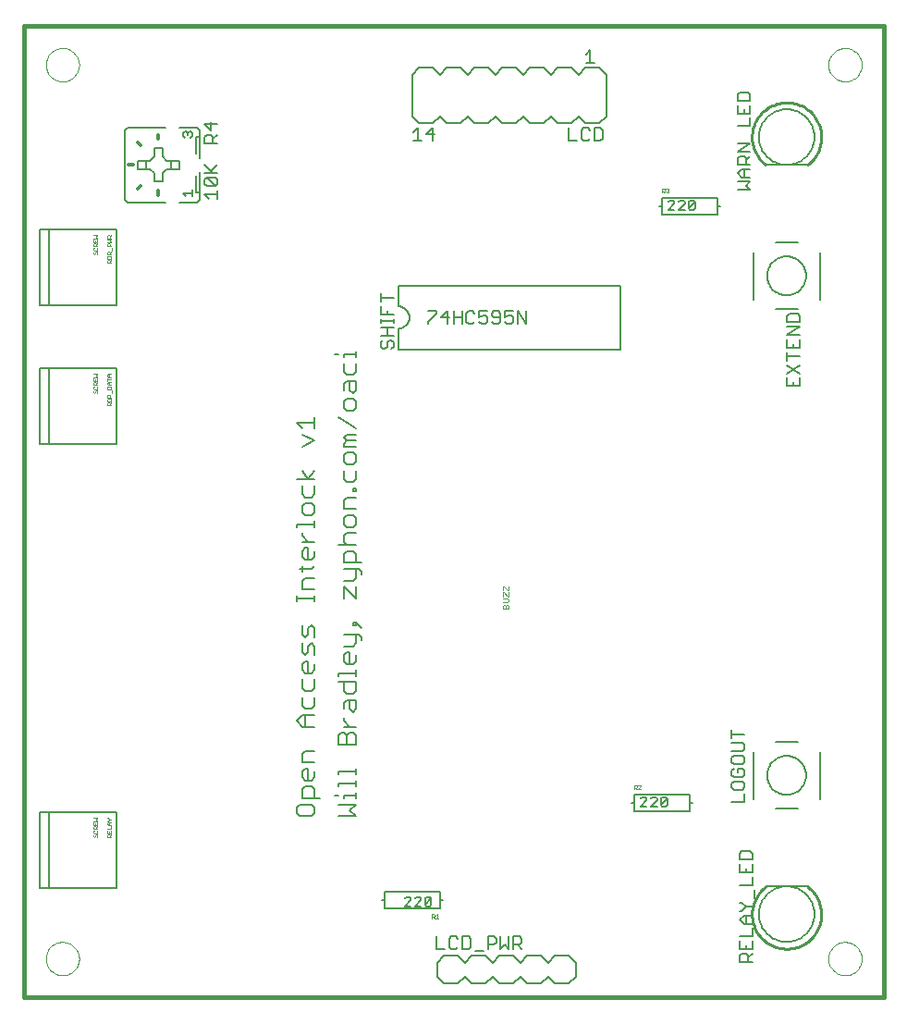
<source format=gto>
G75*
G70*
%OFA0B0*%
%FSLAX24Y24*%
%IPPOS*%
%LPD*%
%AMOC8*
5,1,8,0,0,1.08239X$1,22.5*
%
%ADD10C,0.0060*%
%ADD11C,0.0160*%
%ADD12C,0.0080*%
%ADD13C,0.0010*%
%ADD14C,0.0100*%
%ADD15C,0.0050*%
%ADD16C,0.0020*%
%ADD17C,0.0120*%
%ADD18C,0.0000*%
D10*
X015020Y009326D02*
X015127Y009219D01*
X015554Y009219D01*
X015661Y009326D01*
X015661Y009539D01*
X015554Y009646D01*
X015127Y009646D01*
X015020Y009539D01*
X015020Y009326D01*
X015234Y009863D02*
X015234Y010184D01*
X015340Y010290D01*
X015554Y010290D01*
X015661Y010184D01*
X015661Y009863D01*
X015874Y009863D02*
X015234Y009863D01*
X015340Y010508D02*
X015234Y010615D01*
X015234Y010828D01*
X015340Y010935D01*
X015447Y010935D01*
X015447Y010508D01*
X015554Y010508D02*
X015340Y010508D01*
X015554Y010508D02*
X015661Y010615D01*
X015661Y010828D01*
X015661Y011152D02*
X015234Y011152D01*
X015234Y011473D01*
X015340Y011579D01*
X015661Y011579D01*
X015661Y012441D02*
X015234Y012441D01*
X015020Y012655D01*
X015234Y012868D01*
X015661Y012868D01*
X015554Y013086D02*
X015661Y013193D01*
X015661Y013513D01*
X015554Y013731D02*
X015661Y013837D01*
X015661Y014158D01*
X015554Y014375D02*
X015340Y014375D01*
X015234Y014482D01*
X015234Y014695D01*
X015340Y014802D01*
X015447Y014802D01*
X015447Y014375D01*
X015554Y014375D02*
X015661Y014482D01*
X015661Y014695D01*
X015661Y015020D02*
X015661Y015340D01*
X015554Y015447D01*
X015447Y015340D01*
X015447Y015126D01*
X015340Y015020D01*
X015234Y015126D01*
X015234Y015447D01*
X015340Y015664D02*
X015234Y015771D01*
X015234Y016091D01*
X015447Y015984D02*
X015447Y015771D01*
X015340Y015664D01*
X015661Y015664D02*
X015661Y015984D01*
X015554Y016091D01*
X015447Y015984D01*
X015661Y016953D02*
X015661Y017167D01*
X015661Y017060D02*
X015020Y017060D01*
X015020Y016953D02*
X015020Y017167D01*
X015234Y017383D02*
X015234Y017703D01*
X015340Y017810D01*
X015661Y017810D01*
X015554Y018134D02*
X015127Y018134D01*
X015234Y018027D02*
X015234Y018241D01*
X015340Y018457D02*
X015234Y018564D01*
X015234Y018777D01*
X015340Y018884D01*
X015447Y018884D01*
X015447Y018457D01*
X015554Y018457D02*
X015340Y018457D01*
X015554Y018457D02*
X015661Y018564D01*
X015661Y018777D01*
X015661Y019102D02*
X015234Y019102D01*
X015447Y019102D02*
X015234Y019315D01*
X015234Y019422D01*
X015020Y019639D02*
X015020Y019745D01*
X015661Y019745D01*
X015661Y019639D02*
X015661Y019852D01*
X015554Y020068D02*
X015661Y020175D01*
X015661Y020389D01*
X015554Y020495D01*
X015340Y020495D01*
X015234Y020389D01*
X015234Y020175D01*
X015340Y020068D01*
X015554Y020068D01*
X015554Y020713D02*
X015661Y020820D01*
X015661Y021140D01*
X015661Y021357D02*
X015020Y021357D01*
X015234Y021140D02*
X015234Y020820D01*
X015340Y020713D01*
X015554Y020713D01*
X015447Y021357D02*
X015234Y021678D01*
X015447Y021357D02*
X015661Y021678D01*
X015234Y022539D02*
X015661Y022753D01*
X015234Y022966D01*
X015234Y023184D02*
X015020Y023397D01*
X015661Y023397D01*
X015661Y023184D02*
X015661Y023611D01*
X016520Y023611D02*
X017161Y023184D01*
X017161Y022966D02*
X016840Y022966D01*
X016734Y022859D01*
X016840Y022753D01*
X017161Y022753D01*
X017161Y022539D02*
X016734Y022539D01*
X016734Y022646D01*
X016840Y022753D01*
X016840Y022321D02*
X016734Y022215D01*
X016734Y022001D01*
X016840Y021894D01*
X017054Y021894D01*
X017161Y022001D01*
X017161Y022215D01*
X017054Y022321D01*
X016840Y022321D01*
X016734Y021677D02*
X016734Y021357D01*
X016840Y021250D01*
X017054Y021250D01*
X017161Y021357D01*
X017161Y021677D01*
X017161Y021034D02*
X017161Y020928D01*
X017054Y020928D01*
X017054Y021034D01*
X017161Y021034D01*
X017161Y020710D02*
X016840Y020710D01*
X016734Y020603D01*
X016734Y020283D01*
X017161Y020283D01*
X017054Y020066D02*
X016840Y020066D01*
X016734Y019959D01*
X016734Y019745D01*
X016840Y019639D01*
X017054Y019639D01*
X017161Y019745D01*
X017161Y019959D01*
X017054Y020066D01*
X017161Y019421D02*
X016840Y019421D01*
X016734Y019314D01*
X016734Y019101D01*
X016840Y018994D01*
X016840Y018777D02*
X017054Y018777D01*
X017161Y018670D01*
X017161Y018350D01*
X017374Y018350D02*
X016734Y018350D01*
X016734Y018670D01*
X016840Y018777D01*
X016520Y018994D02*
X017161Y018994D01*
X017161Y018132D02*
X017161Y017812D01*
X017054Y017705D01*
X016734Y017705D01*
X016734Y017488D02*
X017161Y017061D01*
X017161Y017488D01*
X016734Y017488D02*
X016734Y017061D01*
X017054Y016200D02*
X017054Y016093D01*
X017161Y016093D01*
X017161Y016200D01*
X017054Y016200D01*
X017161Y016200D02*
X017374Y015986D01*
X017267Y015769D02*
X016734Y015769D01*
X017161Y015769D02*
X017161Y015449D01*
X017054Y015342D01*
X016734Y015342D01*
X016840Y015124D02*
X016947Y015124D01*
X016947Y014697D01*
X016840Y014697D02*
X016734Y014804D01*
X016734Y015018D01*
X016840Y015124D01*
X017161Y015018D02*
X017161Y014804D01*
X017054Y014697D01*
X016840Y014697D01*
X017161Y014481D02*
X017161Y014268D01*
X017161Y014374D02*
X016520Y014374D01*
X016520Y014268D01*
X016520Y014050D02*
X017161Y014050D01*
X017161Y013730D01*
X017054Y013623D01*
X016840Y013623D01*
X016734Y013730D01*
X016734Y014050D01*
X016840Y013406D02*
X017161Y013406D01*
X017161Y013085D01*
X017054Y012979D01*
X016947Y013085D01*
X016947Y013406D01*
X016840Y013406D02*
X016734Y013299D01*
X016734Y013085D01*
X016734Y012762D02*
X016734Y012655D01*
X016947Y012441D01*
X016734Y012441D02*
X017161Y012441D01*
X017054Y012224D02*
X016947Y012224D01*
X016840Y012117D01*
X016840Y011797D01*
X016520Y011797D02*
X016520Y012117D01*
X016627Y012224D01*
X016734Y012224D01*
X016840Y012117D01*
X017054Y012224D02*
X017161Y012117D01*
X017161Y011797D01*
X016520Y011797D01*
X016520Y010829D02*
X017161Y010829D01*
X017161Y010723D02*
X017161Y010936D01*
X017161Y010507D02*
X017161Y010293D01*
X017161Y010400D02*
X016520Y010400D01*
X016520Y010293D01*
X016520Y009970D02*
X016413Y009970D01*
X016734Y009970D02*
X017161Y009970D01*
X017161Y009863D02*
X017161Y010077D01*
X017161Y009646D02*
X016947Y009432D01*
X017161Y009219D01*
X016520Y009219D01*
X016520Y009646D02*
X017161Y009646D01*
X016734Y009863D02*
X016734Y009970D01*
X016520Y010723D02*
X016520Y010829D01*
X015340Y012441D02*
X015340Y012868D01*
X015340Y013086D02*
X015234Y013193D01*
X015234Y013513D01*
X015340Y013731D02*
X015234Y013837D01*
X015234Y014158D01*
X015340Y013731D02*
X015554Y013731D01*
X015554Y013086D02*
X015340Y013086D01*
X017374Y015555D02*
X017374Y015662D01*
X017267Y015769D01*
X015661Y017383D02*
X015234Y017383D01*
X015554Y018134D02*
X015661Y018241D01*
X016734Y018132D02*
X017267Y018132D01*
X017374Y018025D01*
X017374Y017919D01*
X017054Y023828D02*
X016840Y023828D01*
X016734Y023935D01*
X016734Y024148D01*
X016840Y024255D01*
X017054Y024255D01*
X017161Y024148D01*
X017161Y023935D01*
X017054Y023828D01*
X017054Y024473D02*
X016947Y024579D01*
X016947Y024900D01*
X016840Y024900D02*
X017161Y024900D01*
X017161Y024579D01*
X017054Y024473D01*
X016734Y024579D02*
X016734Y024793D01*
X016840Y024900D01*
X016840Y025117D02*
X017054Y025117D01*
X017161Y025224D01*
X017161Y025544D01*
X017161Y025762D02*
X017161Y025975D01*
X017161Y025868D02*
X016734Y025868D01*
X016734Y025762D01*
X016734Y025544D02*
X016734Y025224D01*
X016840Y025117D01*
X016520Y025868D02*
X016413Y025868D01*
X018691Y026039D02*
X018691Y026789D01*
X018730Y026791D01*
X018769Y026797D01*
X018807Y026806D01*
X018844Y026819D01*
X018880Y026836D01*
X018913Y026856D01*
X018945Y026880D01*
X018974Y026906D01*
X019000Y026935D01*
X019024Y026967D01*
X019044Y027000D01*
X019061Y027036D01*
X019074Y027073D01*
X019083Y027111D01*
X019089Y027150D01*
X019091Y027189D01*
X019089Y027228D01*
X019083Y027267D01*
X019074Y027305D01*
X019061Y027342D01*
X019044Y027378D01*
X019024Y027411D01*
X019000Y027443D01*
X018974Y027472D01*
X018945Y027498D01*
X018913Y027522D01*
X018880Y027542D01*
X018844Y027559D01*
X018807Y027572D01*
X018769Y027581D01*
X018730Y027587D01*
X018691Y027589D01*
X018691Y028339D01*
X026691Y028339D01*
X026691Y026039D01*
X018691Y026039D01*
X011541Y031439D02*
X011441Y031339D01*
X010791Y031339D01*
X010291Y031339D02*
X008941Y031339D01*
X008841Y031439D01*
X008841Y033939D01*
X008941Y034039D01*
X010291Y034039D01*
X010791Y034039D02*
X011441Y034039D01*
X011541Y033939D01*
X011541Y033689D01*
X011541Y032939D01*
X011391Y033089D02*
X011391Y033689D01*
X011541Y033689D01*
X010791Y032839D02*
X010491Y032839D01*
X010341Y032839D01*
X010191Y032989D01*
X010191Y033289D01*
X009891Y033289D01*
X009891Y032989D01*
X009741Y032839D01*
X009591Y032839D01*
X009291Y032839D01*
X009291Y032539D01*
X009591Y032539D01*
X009741Y032539D01*
X009891Y032389D01*
X009891Y032089D01*
X010191Y032089D01*
X010191Y032389D01*
X010341Y032539D01*
X010491Y032539D01*
X010791Y032539D01*
X010791Y032839D01*
X010491Y032839D02*
X010491Y032539D01*
X009591Y032539D02*
X009591Y032839D01*
X011391Y032289D02*
X011391Y031689D01*
X011541Y031689D01*
X011541Y032439D01*
X011541Y031689D02*
X011541Y031439D01*
X019191Y034439D02*
X019441Y034189D01*
X019941Y034189D01*
X020191Y034439D01*
X020441Y034189D01*
X020941Y034189D01*
X021191Y034439D01*
X021441Y034189D01*
X021941Y034189D01*
X022191Y034439D01*
X022441Y034189D01*
X022941Y034189D01*
X023191Y034439D01*
X023441Y034189D01*
X023941Y034189D01*
X024191Y034439D01*
X024441Y034189D01*
X024941Y034189D01*
X025191Y034439D01*
X025441Y034189D01*
X025941Y034189D01*
X026191Y034439D01*
X026191Y035939D01*
X025941Y036189D01*
X025441Y036189D01*
X025191Y035939D01*
X024941Y036189D01*
X024441Y036189D01*
X024191Y035939D01*
X023941Y036189D01*
X023441Y036189D01*
X023191Y035939D01*
X022941Y036189D01*
X022441Y036189D01*
X022191Y035939D01*
X021941Y036189D01*
X021441Y036189D01*
X021191Y035939D01*
X020941Y036189D01*
X020441Y036189D01*
X020191Y035939D01*
X019941Y036189D01*
X019441Y036189D01*
X019191Y035939D01*
X019191Y034439D01*
X028421Y031352D02*
X028477Y031409D01*
X028591Y031409D01*
X028647Y031352D01*
X028647Y031296D01*
X028421Y031069D01*
X028647Y031069D01*
X028789Y031069D02*
X029016Y031296D01*
X029016Y031352D01*
X028959Y031409D01*
X028846Y031409D01*
X028789Y031352D01*
X028789Y031069D02*
X029016Y031069D01*
X029157Y031126D02*
X029384Y031352D01*
X029384Y031126D01*
X029327Y031069D01*
X029214Y031069D01*
X029157Y031126D01*
X029157Y031352D01*
X029214Y031409D01*
X029327Y031409D01*
X029384Y031352D01*
X031691Y033689D02*
X031693Y033752D01*
X031699Y033814D01*
X031709Y033876D01*
X031722Y033938D01*
X031740Y033998D01*
X031761Y034057D01*
X031786Y034115D01*
X031815Y034171D01*
X031847Y034225D01*
X031882Y034277D01*
X031920Y034326D01*
X031962Y034374D01*
X032006Y034418D01*
X032054Y034460D01*
X032103Y034498D01*
X032155Y034533D01*
X032209Y034565D01*
X032265Y034594D01*
X032323Y034619D01*
X032382Y034640D01*
X032442Y034658D01*
X032504Y034671D01*
X032566Y034681D01*
X032628Y034687D01*
X032691Y034689D01*
X032754Y034687D01*
X032816Y034681D01*
X032878Y034671D01*
X032940Y034658D01*
X033000Y034640D01*
X033059Y034619D01*
X033117Y034594D01*
X033173Y034565D01*
X033227Y034533D01*
X033279Y034498D01*
X033328Y034460D01*
X033376Y034418D01*
X033420Y034374D01*
X033462Y034326D01*
X033500Y034277D01*
X033535Y034225D01*
X033567Y034171D01*
X033596Y034115D01*
X033621Y034057D01*
X033642Y033998D01*
X033660Y033938D01*
X033673Y033876D01*
X033683Y033814D01*
X033689Y033752D01*
X033691Y033689D01*
X033689Y033626D01*
X033683Y033564D01*
X033673Y033502D01*
X033660Y033440D01*
X033642Y033380D01*
X033621Y033321D01*
X033596Y033263D01*
X033567Y033207D01*
X033535Y033153D01*
X033500Y033101D01*
X033462Y033052D01*
X033420Y033004D01*
X033376Y032960D01*
X033328Y032918D01*
X033279Y032880D01*
X033227Y032845D01*
X033173Y032813D01*
X033117Y032784D01*
X033059Y032759D01*
X033000Y032738D01*
X032940Y032720D01*
X032878Y032707D01*
X032816Y032697D01*
X032754Y032691D01*
X032691Y032689D01*
X032628Y032691D01*
X032566Y032697D01*
X032504Y032707D01*
X032442Y032720D01*
X032382Y032738D01*
X032323Y032759D01*
X032265Y032784D01*
X032209Y032813D01*
X032155Y032845D01*
X032103Y032880D01*
X032054Y032918D01*
X032006Y032960D01*
X031962Y033004D01*
X031920Y033052D01*
X031882Y033101D01*
X031847Y033153D01*
X031815Y033207D01*
X031786Y033263D01*
X031761Y033321D01*
X031740Y033380D01*
X031722Y033440D01*
X031709Y033502D01*
X031699Y033564D01*
X031693Y033626D01*
X031691Y033689D01*
X028327Y009909D02*
X028384Y009852D01*
X028157Y009626D01*
X028214Y009569D01*
X028327Y009569D01*
X028384Y009626D01*
X028384Y009852D01*
X028327Y009909D02*
X028214Y009909D01*
X028157Y009852D01*
X028157Y009626D01*
X028016Y009569D02*
X027789Y009569D01*
X028016Y009796D01*
X028016Y009852D01*
X027959Y009909D01*
X027846Y009909D01*
X027789Y009852D01*
X027647Y009852D02*
X027591Y009909D01*
X027477Y009909D01*
X027421Y009852D01*
X027647Y009852D02*
X027647Y009796D01*
X027421Y009569D01*
X027647Y009569D01*
X031691Y005689D02*
X031693Y005752D01*
X031699Y005814D01*
X031709Y005876D01*
X031722Y005938D01*
X031740Y005998D01*
X031761Y006057D01*
X031786Y006115D01*
X031815Y006171D01*
X031847Y006225D01*
X031882Y006277D01*
X031920Y006326D01*
X031962Y006374D01*
X032006Y006418D01*
X032054Y006460D01*
X032103Y006498D01*
X032155Y006533D01*
X032209Y006565D01*
X032265Y006594D01*
X032323Y006619D01*
X032382Y006640D01*
X032442Y006658D01*
X032504Y006671D01*
X032566Y006681D01*
X032628Y006687D01*
X032691Y006689D01*
X032754Y006687D01*
X032816Y006681D01*
X032878Y006671D01*
X032940Y006658D01*
X033000Y006640D01*
X033059Y006619D01*
X033117Y006594D01*
X033173Y006565D01*
X033227Y006533D01*
X033279Y006498D01*
X033328Y006460D01*
X033376Y006418D01*
X033420Y006374D01*
X033462Y006326D01*
X033500Y006277D01*
X033535Y006225D01*
X033567Y006171D01*
X033596Y006115D01*
X033621Y006057D01*
X033642Y005998D01*
X033660Y005938D01*
X033673Y005876D01*
X033683Y005814D01*
X033689Y005752D01*
X033691Y005689D01*
X033689Y005626D01*
X033683Y005564D01*
X033673Y005502D01*
X033660Y005440D01*
X033642Y005380D01*
X033621Y005321D01*
X033596Y005263D01*
X033567Y005207D01*
X033535Y005153D01*
X033500Y005101D01*
X033462Y005052D01*
X033420Y005004D01*
X033376Y004960D01*
X033328Y004918D01*
X033279Y004880D01*
X033227Y004845D01*
X033173Y004813D01*
X033117Y004784D01*
X033059Y004759D01*
X033000Y004738D01*
X032940Y004720D01*
X032878Y004707D01*
X032816Y004697D01*
X032754Y004691D01*
X032691Y004689D01*
X032628Y004691D01*
X032566Y004697D01*
X032504Y004707D01*
X032442Y004720D01*
X032382Y004738D01*
X032323Y004759D01*
X032265Y004784D01*
X032209Y004813D01*
X032155Y004845D01*
X032103Y004880D01*
X032054Y004918D01*
X032006Y004960D01*
X031962Y005004D01*
X031920Y005052D01*
X031882Y005101D01*
X031847Y005153D01*
X031815Y005207D01*
X031786Y005263D01*
X031761Y005321D01*
X031740Y005380D01*
X031722Y005440D01*
X031709Y005502D01*
X031699Y005564D01*
X031693Y005626D01*
X031691Y005689D01*
X019879Y006026D02*
X019822Y005969D01*
X019709Y005969D01*
X019652Y006026D01*
X019879Y006252D01*
X019879Y006026D01*
X019879Y006252D02*
X019822Y006309D01*
X019709Y006309D01*
X019652Y006252D01*
X019652Y006026D01*
X019511Y005969D02*
X019284Y005969D01*
X019511Y006196D01*
X019511Y006252D01*
X019454Y006309D01*
X019341Y006309D01*
X019284Y006252D01*
X019142Y006252D02*
X019086Y006309D01*
X018972Y006309D01*
X018916Y006252D01*
X019142Y006252D02*
X019142Y006196D01*
X018916Y005969D01*
X019142Y005969D01*
D11*
X005191Y002689D02*
X036191Y002689D01*
X036191Y037689D01*
X005191Y037689D01*
X005191Y002689D01*
D12*
X005773Y006622D02*
X005773Y009378D01*
X006088Y009378D01*
X006088Y006622D01*
X005773Y006622D01*
X006088Y006622D02*
X008529Y006622D01*
X008529Y009378D01*
X006088Y009378D01*
X018091Y006189D02*
X018191Y006189D01*
X018191Y006489D01*
X020191Y006489D01*
X020191Y006189D01*
X020291Y006189D01*
X020191Y006189D02*
X020191Y005889D01*
X018191Y005889D01*
X018191Y006189D01*
X020334Y004189D02*
X020084Y003939D01*
X020084Y003439D01*
X020334Y003189D01*
X020834Y003189D01*
X021084Y003439D01*
X021334Y003189D01*
X021834Y003189D01*
X022084Y003439D01*
X022334Y003189D01*
X022834Y003189D01*
X023084Y003439D01*
X023334Y003189D01*
X023834Y003189D01*
X024084Y003439D01*
X024334Y003189D01*
X024834Y003189D01*
X025084Y003439D01*
X025084Y003939D01*
X024834Y004189D01*
X024334Y004189D01*
X024084Y003939D01*
X023834Y004189D01*
X023334Y004189D01*
X023084Y003939D01*
X022834Y004189D01*
X022334Y004189D01*
X022084Y003939D01*
X021834Y004189D01*
X021334Y004189D01*
X021084Y003939D01*
X020834Y004189D01*
X020334Y004189D01*
X027091Y009689D02*
X027191Y009689D01*
X027191Y009989D01*
X029191Y009989D01*
X029191Y009689D01*
X029291Y009689D01*
X029191Y009689D02*
X029191Y009389D01*
X027191Y009389D01*
X027191Y009689D01*
X031491Y009839D02*
X031491Y011539D01*
X032298Y011889D02*
X033091Y011889D01*
X033891Y011539D02*
X033891Y009839D01*
X033091Y009489D02*
X032286Y009489D01*
X031991Y010689D02*
X031993Y010741D01*
X031999Y010793D01*
X032009Y010845D01*
X032022Y010895D01*
X032039Y010945D01*
X032060Y010993D01*
X032085Y011039D01*
X032113Y011083D01*
X032144Y011125D01*
X032178Y011165D01*
X032215Y011202D01*
X032255Y011236D01*
X032297Y011267D01*
X032341Y011295D01*
X032387Y011320D01*
X032435Y011341D01*
X032485Y011358D01*
X032535Y011371D01*
X032587Y011381D01*
X032639Y011387D01*
X032691Y011389D01*
X032743Y011387D01*
X032795Y011381D01*
X032847Y011371D01*
X032897Y011358D01*
X032947Y011341D01*
X032995Y011320D01*
X033041Y011295D01*
X033085Y011267D01*
X033127Y011236D01*
X033167Y011202D01*
X033204Y011165D01*
X033238Y011125D01*
X033269Y011083D01*
X033297Y011039D01*
X033322Y010993D01*
X033343Y010945D01*
X033360Y010895D01*
X033373Y010845D01*
X033383Y010793D01*
X033389Y010741D01*
X033391Y010689D01*
X033389Y010637D01*
X033383Y010585D01*
X033373Y010533D01*
X033360Y010483D01*
X033343Y010433D01*
X033322Y010385D01*
X033297Y010339D01*
X033269Y010295D01*
X033238Y010253D01*
X033204Y010213D01*
X033167Y010176D01*
X033127Y010142D01*
X033085Y010111D01*
X033041Y010083D01*
X032995Y010058D01*
X032947Y010037D01*
X032897Y010020D01*
X032847Y010007D01*
X032795Y009997D01*
X032743Y009991D01*
X032691Y009989D01*
X032639Y009991D01*
X032587Y009997D01*
X032535Y010007D01*
X032485Y010020D01*
X032435Y010037D01*
X032387Y010058D01*
X032341Y010083D01*
X032297Y010111D01*
X032255Y010142D01*
X032215Y010176D01*
X032178Y010213D01*
X032144Y010253D01*
X032113Y010295D01*
X032085Y010339D01*
X032060Y010385D01*
X032039Y010433D01*
X032022Y010483D01*
X032009Y010533D01*
X031999Y010585D01*
X031993Y010637D01*
X031991Y010689D01*
X031941Y006689D02*
X033441Y006689D01*
X033091Y027489D02*
X032286Y027489D01*
X031491Y027839D02*
X031491Y029539D01*
X032298Y029889D02*
X033091Y029889D01*
X033891Y029539D02*
X033891Y027839D01*
X031991Y028689D02*
X031993Y028741D01*
X031999Y028793D01*
X032009Y028845D01*
X032022Y028895D01*
X032039Y028945D01*
X032060Y028993D01*
X032085Y029039D01*
X032113Y029083D01*
X032144Y029125D01*
X032178Y029165D01*
X032215Y029202D01*
X032255Y029236D01*
X032297Y029267D01*
X032341Y029295D01*
X032387Y029320D01*
X032435Y029341D01*
X032485Y029358D01*
X032535Y029371D01*
X032587Y029381D01*
X032639Y029387D01*
X032691Y029389D01*
X032743Y029387D01*
X032795Y029381D01*
X032847Y029371D01*
X032897Y029358D01*
X032947Y029341D01*
X032995Y029320D01*
X033041Y029295D01*
X033085Y029267D01*
X033127Y029236D01*
X033167Y029202D01*
X033204Y029165D01*
X033238Y029125D01*
X033269Y029083D01*
X033297Y029039D01*
X033322Y028993D01*
X033343Y028945D01*
X033360Y028895D01*
X033373Y028845D01*
X033383Y028793D01*
X033389Y028741D01*
X033391Y028689D01*
X033389Y028637D01*
X033383Y028585D01*
X033373Y028533D01*
X033360Y028483D01*
X033343Y028433D01*
X033322Y028385D01*
X033297Y028339D01*
X033269Y028295D01*
X033238Y028253D01*
X033204Y028213D01*
X033167Y028176D01*
X033127Y028142D01*
X033085Y028111D01*
X033041Y028083D01*
X032995Y028058D01*
X032947Y028037D01*
X032897Y028020D01*
X032847Y028007D01*
X032795Y027997D01*
X032743Y027991D01*
X032691Y027989D01*
X032639Y027991D01*
X032587Y027997D01*
X032535Y028007D01*
X032485Y028020D01*
X032435Y028037D01*
X032387Y028058D01*
X032341Y028083D01*
X032297Y028111D01*
X032255Y028142D01*
X032215Y028176D01*
X032178Y028213D01*
X032144Y028253D01*
X032113Y028295D01*
X032085Y028339D01*
X032060Y028385D01*
X032039Y028433D01*
X032022Y028483D01*
X032009Y028533D01*
X031999Y028585D01*
X031993Y028637D01*
X031991Y028689D01*
X030191Y030889D02*
X028191Y030889D01*
X028191Y031189D01*
X028091Y031189D01*
X028191Y031189D02*
X028191Y031489D01*
X030191Y031489D01*
X030191Y031189D01*
X030291Y031189D01*
X030191Y031189D02*
X030191Y030889D01*
X031941Y032689D02*
X033441Y032689D01*
X008529Y030378D02*
X008529Y027622D01*
X006088Y027622D01*
X006088Y030378D01*
X008529Y030378D01*
X006088Y030378D02*
X005773Y030378D01*
X005773Y027622D01*
X006088Y027622D01*
X006088Y025378D02*
X005773Y025378D01*
X005773Y022622D01*
X006088Y022622D01*
X006088Y025378D01*
X008529Y025378D01*
X008529Y022622D01*
X006088Y022622D01*
D13*
X007720Y024457D02*
X007745Y024457D01*
X007771Y024482D01*
X007771Y024532D01*
X007796Y024557D01*
X007821Y024557D01*
X007846Y024532D01*
X007846Y024482D01*
X007821Y024457D01*
X007720Y024457D02*
X007695Y024482D01*
X007695Y024532D01*
X007720Y024557D01*
X007720Y024605D02*
X007821Y024605D01*
X007846Y024630D01*
X007846Y024680D01*
X007821Y024705D01*
X007846Y024752D02*
X007695Y024752D01*
X007695Y024827D01*
X007720Y024852D01*
X007771Y024852D01*
X007796Y024827D01*
X007796Y024752D01*
X007796Y024802D02*
X007846Y024852D01*
X007846Y024899D02*
X007846Y024999D01*
X007846Y025046D02*
X007796Y025097D01*
X007846Y025147D01*
X007695Y025147D01*
X007695Y025046D02*
X007846Y025046D01*
X007771Y024949D02*
X007771Y024899D01*
X007846Y024899D02*
X007695Y024899D01*
X007695Y024999D01*
X007720Y024705D02*
X007695Y024680D01*
X007695Y024630D01*
X007720Y024605D01*
X008195Y024605D02*
X008195Y024680D01*
X008220Y024705D01*
X008321Y024705D01*
X008346Y024680D01*
X008346Y024605D01*
X008195Y024605D01*
X008245Y024752D02*
X008195Y024802D01*
X008245Y024852D01*
X008346Y024852D01*
X008271Y024852D02*
X008271Y024752D01*
X008245Y024752D02*
X008346Y024752D01*
X008371Y024557D02*
X008371Y024457D01*
X008346Y024410D02*
X008296Y024360D01*
X008296Y024385D02*
X008296Y024310D01*
X008346Y024310D02*
X008195Y024310D01*
X008195Y024385D01*
X008220Y024410D01*
X008271Y024410D01*
X008296Y024385D01*
X008321Y024263D02*
X008220Y024263D01*
X008195Y024238D01*
X008195Y024163D01*
X008346Y024163D01*
X008346Y024238D01*
X008321Y024263D01*
X008346Y024115D02*
X008296Y024065D01*
X008296Y024090D02*
X008296Y024015D01*
X008346Y024015D02*
X008195Y024015D01*
X008195Y024090D01*
X008220Y024115D01*
X008271Y024115D01*
X008296Y024090D01*
X008195Y024899D02*
X008195Y024999D01*
X008195Y024949D02*
X008346Y024949D01*
X008346Y025046D02*
X008245Y025046D01*
X008195Y025097D01*
X008245Y025147D01*
X008346Y025147D01*
X008271Y025147D02*
X008271Y025046D01*
X008296Y029163D02*
X008296Y029238D01*
X008271Y029263D01*
X008220Y029263D01*
X008195Y029238D01*
X008195Y029163D01*
X008346Y029163D01*
X008296Y029213D02*
X008346Y029263D01*
X008346Y029310D02*
X008346Y029385D01*
X008321Y029410D01*
X008220Y029410D01*
X008195Y029385D01*
X008195Y029310D01*
X008346Y029310D01*
X008346Y029457D02*
X008195Y029457D01*
X008195Y029532D01*
X008220Y029557D01*
X008271Y029557D01*
X008296Y029532D01*
X008296Y029457D01*
X008296Y029507D02*
X008346Y029557D01*
X008371Y029605D02*
X008371Y029705D01*
X008346Y029752D02*
X008195Y029752D01*
X008195Y029827D01*
X008220Y029852D01*
X008271Y029852D01*
X008296Y029827D01*
X008296Y029752D01*
X008346Y029899D02*
X008296Y029949D01*
X008346Y029999D01*
X008195Y029999D01*
X008195Y030046D02*
X008195Y030122D01*
X008220Y030147D01*
X008271Y030147D01*
X008296Y030122D01*
X008296Y030046D01*
X008346Y030046D02*
X008195Y030046D01*
X008296Y030097D02*
X008346Y030147D01*
X008346Y029899D02*
X008195Y029899D01*
X007846Y029899D02*
X007846Y029999D01*
X007846Y030046D02*
X007796Y030097D01*
X007846Y030147D01*
X007695Y030147D01*
X007695Y030046D02*
X007846Y030046D01*
X007771Y029949D02*
X007771Y029899D01*
X007771Y029852D02*
X007796Y029827D01*
X007796Y029752D01*
X007846Y029752D02*
X007695Y029752D01*
X007695Y029827D01*
X007720Y029852D01*
X007771Y029852D01*
X007796Y029802D02*
X007846Y029852D01*
X007846Y029899D02*
X007695Y029899D01*
X007695Y029999D01*
X007720Y029705D02*
X007695Y029680D01*
X007695Y029630D01*
X007720Y029605D01*
X007821Y029605D01*
X007846Y029630D01*
X007846Y029680D01*
X007821Y029705D01*
X007821Y029557D02*
X007846Y029532D01*
X007846Y029482D01*
X007821Y029457D01*
X007771Y029482D02*
X007771Y029532D01*
X007796Y029557D01*
X007821Y029557D01*
X007771Y029482D02*
X007745Y029457D01*
X007720Y029457D01*
X007695Y029482D01*
X007695Y029532D01*
X007720Y029557D01*
X027196Y010344D02*
X027271Y010344D01*
X027296Y010319D01*
X027296Y010269D01*
X027271Y010244D01*
X027196Y010244D01*
X027246Y010244D02*
X027296Y010194D01*
X027343Y010194D02*
X027443Y010294D01*
X027443Y010319D01*
X027418Y010344D01*
X027368Y010344D01*
X027343Y010319D01*
X027343Y010194D02*
X027443Y010194D01*
X027196Y010194D02*
X027196Y010344D01*
X020098Y005684D02*
X020098Y005534D01*
X020048Y005534D02*
X020148Y005534D01*
X020048Y005634D02*
X020098Y005684D01*
X020001Y005659D02*
X020001Y005609D01*
X019976Y005584D01*
X019901Y005584D01*
X019951Y005584D02*
X020001Y005534D01*
X019901Y005534D02*
X019901Y005684D01*
X019976Y005684D01*
X020001Y005659D01*
X008346Y008457D02*
X008195Y008457D01*
X008195Y008532D01*
X008220Y008557D01*
X008271Y008557D01*
X008296Y008532D01*
X008296Y008457D01*
X008296Y008507D02*
X008346Y008557D01*
X008346Y008605D02*
X008346Y008705D01*
X008346Y008752D02*
X008346Y008852D01*
X008346Y008899D02*
X008245Y008899D01*
X008195Y008949D01*
X008245Y008999D01*
X008346Y008999D01*
X008271Y008999D02*
X008271Y008899D01*
X008220Y009046D02*
X008271Y009097D01*
X008346Y009097D01*
X008271Y009097D02*
X008220Y009147D01*
X008195Y009147D01*
X008195Y009046D02*
X008220Y009046D01*
X008195Y008752D02*
X008346Y008752D01*
X008271Y008655D02*
X008271Y008605D01*
X008346Y008605D02*
X008195Y008605D01*
X008195Y008705D01*
X007846Y008680D02*
X007821Y008705D01*
X007846Y008680D02*
X007846Y008630D01*
X007821Y008605D01*
X007720Y008605D01*
X007695Y008630D01*
X007695Y008680D01*
X007720Y008705D01*
X007695Y008752D02*
X007695Y008827D01*
X007720Y008852D01*
X007771Y008852D01*
X007796Y008827D01*
X007796Y008752D01*
X007846Y008752D02*
X007695Y008752D01*
X007796Y008802D02*
X007846Y008852D01*
X007846Y008899D02*
X007846Y008999D01*
X007846Y009046D02*
X007796Y009097D01*
X007846Y009147D01*
X007695Y009147D01*
X007695Y009046D02*
X007846Y009046D01*
X007771Y008949D02*
X007771Y008899D01*
X007846Y008899D02*
X007695Y008899D01*
X007695Y008999D01*
X007720Y008557D02*
X007695Y008532D01*
X007695Y008482D01*
X007720Y008457D01*
X007745Y008457D01*
X007771Y008482D01*
X007771Y008532D01*
X007796Y008557D01*
X007821Y008557D01*
X007846Y008532D01*
X007846Y008482D01*
X007821Y008457D01*
X028196Y031694D02*
X028196Y031844D01*
X028271Y031844D01*
X028296Y031819D01*
X028296Y031769D01*
X028271Y031744D01*
X028196Y031744D01*
X028246Y031744D02*
X028296Y031694D01*
X028343Y031719D02*
X028368Y031694D01*
X028418Y031694D01*
X028443Y031719D01*
X028443Y031744D01*
X028418Y031769D01*
X028393Y031769D01*
X028418Y031769D02*
X028443Y031794D01*
X028443Y031819D01*
X028418Y031844D01*
X028368Y031844D01*
X028343Y031819D01*
D14*
X031941Y032689D02*
X031887Y032732D01*
X031835Y032778D01*
X031786Y032827D01*
X031739Y032879D01*
X031696Y032933D01*
X031655Y032989D01*
X031618Y033048D01*
X031584Y033108D01*
X031554Y033171D01*
X031527Y033234D01*
X031503Y033300D01*
X031483Y033366D01*
X031467Y033434D01*
X031455Y033502D01*
X031447Y033571D01*
X031442Y033640D01*
X031441Y033710D01*
X031444Y033779D01*
X031451Y033848D01*
X031462Y033916D01*
X031476Y033984D01*
X031495Y034051D01*
X031517Y034117D01*
X031542Y034182D01*
X031571Y034245D01*
X031604Y034306D01*
X031640Y034365D01*
X031679Y034422D01*
X031721Y034478D01*
X031766Y034530D01*
X031814Y034580D01*
X031865Y034627D01*
X031919Y034672D01*
X031974Y034713D01*
X032032Y034751D01*
X032092Y034786D01*
X032154Y034818D01*
X032217Y034846D01*
X032282Y034870D01*
X032348Y034891D01*
X032416Y034908D01*
X032484Y034922D01*
X032553Y034931D01*
X032622Y034937D01*
X032691Y034939D01*
X032760Y034937D01*
X032829Y034931D01*
X032898Y034922D01*
X032966Y034908D01*
X033034Y034891D01*
X033100Y034870D01*
X033165Y034846D01*
X033228Y034818D01*
X033290Y034786D01*
X033350Y034751D01*
X033408Y034713D01*
X033463Y034672D01*
X033517Y034627D01*
X033568Y034580D01*
X033616Y034530D01*
X033661Y034478D01*
X033703Y034422D01*
X033742Y034365D01*
X033778Y034306D01*
X033811Y034245D01*
X033840Y034182D01*
X033865Y034117D01*
X033887Y034051D01*
X033906Y033984D01*
X033920Y033916D01*
X033931Y033848D01*
X033938Y033779D01*
X033941Y033710D01*
X033940Y033640D01*
X033935Y033571D01*
X033927Y033502D01*
X033915Y033434D01*
X033899Y033366D01*
X033879Y033300D01*
X033855Y033234D01*
X033828Y033171D01*
X033798Y033108D01*
X033764Y033048D01*
X033727Y032989D01*
X033686Y032933D01*
X033643Y032879D01*
X033596Y032827D01*
X033547Y032778D01*
X033495Y032732D01*
X033441Y032689D01*
X033441Y006689D02*
X033495Y006646D01*
X033547Y006600D01*
X033596Y006551D01*
X033643Y006499D01*
X033686Y006445D01*
X033727Y006389D01*
X033764Y006330D01*
X033798Y006270D01*
X033828Y006207D01*
X033855Y006144D01*
X033879Y006078D01*
X033899Y006012D01*
X033915Y005944D01*
X033927Y005876D01*
X033935Y005807D01*
X033940Y005738D01*
X033941Y005668D01*
X033938Y005599D01*
X033931Y005530D01*
X033920Y005462D01*
X033906Y005394D01*
X033887Y005327D01*
X033865Y005261D01*
X033840Y005196D01*
X033811Y005133D01*
X033778Y005072D01*
X033742Y005013D01*
X033703Y004956D01*
X033661Y004900D01*
X033616Y004848D01*
X033568Y004798D01*
X033517Y004751D01*
X033463Y004706D01*
X033408Y004665D01*
X033350Y004627D01*
X033290Y004592D01*
X033228Y004560D01*
X033165Y004532D01*
X033100Y004508D01*
X033034Y004487D01*
X032966Y004470D01*
X032898Y004456D01*
X032829Y004447D01*
X032760Y004441D01*
X032691Y004439D01*
X032622Y004441D01*
X032553Y004447D01*
X032484Y004456D01*
X032416Y004470D01*
X032348Y004487D01*
X032282Y004508D01*
X032217Y004532D01*
X032154Y004560D01*
X032092Y004592D01*
X032032Y004627D01*
X031974Y004665D01*
X031919Y004706D01*
X031865Y004751D01*
X031814Y004798D01*
X031766Y004848D01*
X031721Y004900D01*
X031679Y004956D01*
X031640Y005013D01*
X031604Y005072D01*
X031571Y005133D01*
X031542Y005196D01*
X031517Y005261D01*
X031495Y005327D01*
X031476Y005394D01*
X031462Y005462D01*
X031451Y005530D01*
X031444Y005599D01*
X031441Y005668D01*
X031442Y005738D01*
X031447Y005807D01*
X031455Y005876D01*
X031467Y005944D01*
X031483Y006012D01*
X031503Y006078D01*
X031527Y006144D01*
X031554Y006207D01*
X031584Y006270D01*
X031618Y006330D01*
X031655Y006389D01*
X031696Y006445D01*
X031739Y006499D01*
X031786Y006551D01*
X031835Y006600D01*
X031887Y006646D01*
X031941Y006689D01*
D15*
X031531Y006566D02*
X031531Y006266D01*
X031456Y005955D02*
X031230Y005955D01*
X031080Y006105D01*
X031005Y006105D01*
X031230Y005955D02*
X031080Y005805D01*
X031005Y005805D01*
X031155Y005645D02*
X031456Y005645D01*
X031230Y005645D02*
X031230Y005345D01*
X031155Y005345D02*
X031005Y005495D01*
X031155Y005645D01*
X031155Y005345D02*
X031456Y005345D01*
X031456Y005185D02*
X031456Y004885D01*
X031005Y004885D01*
X031005Y004724D02*
X031005Y004424D01*
X031456Y004424D01*
X031456Y004724D01*
X031230Y004574D02*
X031230Y004424D01*
X031230Y004264D02*
X031305Y004189D01*
X031305Y003964D01*
X031305Y004114D02*
X031456Y004264D01*
X031230Y004264D02*
X031080Y004264D01*
X031005Y004189D01*
X031005Y003964D01*
X031456Y003964D01*
X031456Y006726D02*
X031005Y006726D01*
X031456Y006726D02*
X031456Y007026D01*
X031456Y007186D02*
X031456Y007487D01*
X031456Y007647D02*
X031456Y007872D01*
X031381Y007947D01*
X031080Y007947D01*
X031005Y007872D01*
X031005Y007647D01*
X031456Y007647D01*
X031230Y007336D02*
X031230Y007186D01*
X031005Y007186D02*
X031456Y007186D01*
X031005Y007186D02*
X031005Y007487D01*
X031166Y009714D02*
X030715Y009714D01*
X031166Y009714D02*
X031166Y010014D01*
X031091Y010174D02*
X031166Y010249D01*
X031166Y010399D01*
X031091Y010474D01*
X030790Y010474D01*
X030715Y010399D01*
X030715Y010249D01*
X030790Y010174D01*
X031091Y010174D01*
X031091Y010635D02*
X030790Y010635D01*
X030715Y010710D01*
X030715Y010860D01*
X030790Y010935D01*
X030940Y010935D02*
X030940Y010785D01*
X030940Y010935D02*
X031091Y010935D01*
X031166Y010860D01*
X031166Y010710D01*
X031091Y010635D01*
X031091Y011095D02*
X030790Y011095D01*
X030715Y011170D01*
X030715Y011320D01*
X030790Y011395D01*
X031091Y011395D01*
X031166Y011320D01*
X031166Y011170D01*
X031091Y011095D01*
X031091Y011555D02*
X030715Y011555D01*
X030715Y011855D02*
X031091Y011855D01*
X031166Y011780D01*
X031166Y011630D01*
X031091Y011555D01*
X030715Y012016D02*
X030715Y012316D01*
X030715Y012166D02*
X031166Y012166D01*
X023142Y004809D02*
X023142Y004659D01*
X023067Y004584D01*
X022841Y004584D01*
X022841Y004434D02*
X022841Y004884D01*
X023067Y004884D01*
X023142Y004809D01*
X022991Y004584D02*
X023142Y004434D01*
X022681Y004434D02*
X022681Y004884D01*
X022381Y004884D02*
X022381Y004434D01*
X022531Y004584D01*
X022681Y004434D01*
X022221Y004659D02*
X022146Y004584D01*
X021921Y004584D01*
X021921Y004434D02*
X021921Y004884D01*
X022146Y004884D01*
X022221Y004809D01*
X022221Y004659D01*
X021761Y004359D02*
X021460Y004359D01*
X021300Y004509D02*
X021225Y004434D01*
X021000Y004434D01*
X021000Y004884D01*
X021225Y004884D01*
X021300Y004809D01*
X021300Y004509D01*
X020840Y004509D02*
X020765Y004434D01*
X020615Y004434D01*
X020540Y004509D01*
X020540Y004809D01*
X020615Y004884D01*
X020765Y004884D01*
X020840Y004809D01*
X020379Y004434D02*
X020079Y004434D01*
X020079Y004884D01*
X032715Y024714D02*
X033166Y024714D01*
X033166Y025014D01*
X033166Y025174D02*
X032715Y025474D01*
X032715Y025635D02*
X032715Y025935D01*
X032715Y025785D02*
X033166Y025785D01*
X033166Y026095D02*
X033166Y026395D01*
X033166Y026555D02*
X032715Y026555D01*
X033166Y026855D01*
X032715Y026855D01*
X032715Y027016D02*
X032715Y027241D01*
X032790Y027316D01*
X033091Y027316D01*
X033166Y027241D01*
X033166Y027016D01*
X032715Y027016D01*
X032715Y026395D02*
X032715Y026095D01*
X033166Y026095D01*
X032940Y026095D02*
X032940Y026245D01*
X033166Y025474D02*
X032715Y025174D01*
X032715Y025014D02*
X032715Y024714D01*
X032940Y024714D02*
X032940Y024864D01*
X031376Y031781D02*
X030925Y031781D01*
X030925Y032081D02*
X031376Y032081D01*
X031225Y031931D01*
X031376Y031781D01*
X031376Y032241D02*
X031075Y032241D01*
X030925Y032391D01*
X031075Y032541D01*
X031376Y032541D01*
X031376Y032701D02*
X030925Y032701D01*
X030925Y032927D01*
X031000Y033002D01*
X031150Y033002D01*
X031225Y032927D01*
X031225Y032701D01*
X031225Y032852D02*
X031376Y033002D01*
X031376Y033162D02*
X030925Y033162D01*
X031376Y033462D01*
X030925Y033462D01*
X031451Y033622D02*
X031451Y033922D01*
X031376Y034082D02*
X031376Y034383D01*
X031376Y034543D02*
X031376Y034843D01*
X031376Y035003D02*
X031376Y035228D01*
X031301Y035303D01*
X031000Y035303D01*
X030925Y035228D01*
X030925Y035003D01*
X031376Y035003D01*
X031150Y034693D02*
X031150Y034543D01*
X030925Y034543D02*
X030925Y034843D01*
X030925Y034543D02*
X031376Y034543D01*
X031376Y034082D02*
X030925Y034082D01*
X031150Y032541D02*
X031150Y032241D01*
X026055Y033639D02*
X026055Y033939D01*
X025980Y034014D01*
X025755Y034014D01*
X025755Y033564D01*
X025980Y033564D01*
X026055Y033639D01*
X025595Y033639D02*
X025520Y033564D01*
X025370Y033564D01*
X025295Y033639D01*
X025295Y033939D01*
X025370Y034014D01*
X025520Y034014D01*
X025595Y033939D01*
X025135Y033564D02*
X024834Y033564D01*
X024834Y034014D01*
X025455Y036364D02*
X025755Y036364D01*
X025605Y036364D02*
X025605Y036814D01*
X025455Y036664D01*
X019930Y034014D02*
X019930Y033564D01*
X020005Y033789D02*
X019705Y033789D01*
X019930Y034014D01*
X019545Y033564D02*
X019245Y033564D01*
X019395Y033564D02*
X019395Y034014D01*
X019245Y033864D01*
X018065Y028052D02*
X018065Y027752D01*
X018065Y027902D02*
X018516Y027902D01*
X018290Y027442D02*
X018290Y027291D01*
X018065Y027291D02*
X018516Y027291D01*
X018516Y027135D02*
X018516Y026985D01*
X018516Y027060D02*
X018065Y027060D01*
X018065Y026985D02*
X018065Y027135D01*
X018065Y027291D02*
X018065Y027592D01*
X018065Y026824D02*
X018516Y026824D01*
X018290Y026824D02*
X018290Y026524D01*
X018365Y026364D02*
X018441Y026364D01*
X018516Y026289D01*
X018516Y026139D01*
X018441Y026064D01*
X018290Y026139D02*
X018290Y026289D01*
X018365Y026364D01*
X018516Y026524D02*
X018065Y026524D01*
X018140Y026364D02*
X018065Y026289D01*
X018065Y026139D01*
X018140Y026064D01*
X018215Y026064D01*
X018290Y026139D01*
X019766Y026964D02*
X019766Y027039D01*
X020066Y027339D01*
X020066Y027414D01*
X019766Y027414D01*
X020226Y027189D02*
X020526Y027189D01*
X020686Y027189D02*
X020986Y027189D01*
X021147Y027339D02*
X021147Y027039D01*
X021222Y026964D01*
X021372Y026964D01*
X021447Y027039D01*
X021607Y027039D02*
X021682Y026964D01*
X021832Y026964D01*
X021907Y027039D01*
X021907Y027189D01*
X021832Y027264D01*
X021757Y027264D01*
X021607Y027189D01*
X021607Y027414D01*
X021907Y027414D01*
X022067Y027339D02*
X022067Y027264D01*
X022142Y027189D01*
X022368Y027189D01*
X022368Y027339D02*
X022292Y027414D01*
X022142Y027414D01*
X022067Y027339D01*
X022067Y027039D02*
X022142Y026964D01*
X022292Y026964D01*
X022368Y027039D01*
X022368Y027339D01*
X022528Y027414D02*
X022528Y027189D01*
X022678Y027264D01*
X022753Y027264D01*
X022828Y027189D01*
X022828Y027039D01*
X022753Y026964D01*
X022603Y026964D01*
X022528Y027039D01*
X022528Y027414D02*
X022828Y027414D01*
X022988Y027414D02*
X023288Y026964D01*
X023288Y027414D01*
X022988Y027414D02*
X022988Y026964D01*
X021447Y027339D02*
X021372Y027414D01*
X021222Y027414D01*
X021147Y027339D01*
X020986Y027414D02*
X020986Y026964D01*
X020686Y026964D02*
X020686Y027414D01*
X020451Y027414D02*
X020226Y027189D01*
X020451Y026964D02*
X020451Y027414D01*
X012166Y031474D02*
X012166Y031774D01*
X012166Y031624D02*
X011715Y031624D01*
X011865Y031474D01*
X011266Y031564D02*
X011266Y031791D01*
X011266Y031677D02*
X010925Y031677D01*
X011039Y031564D01*
X011715Y032009D02*
X011715Y032159D01*
X011790Y032234D01*
X012091Y031934D01*
X012166Y032009D01*
X012166Y032159D01*
X012091Y032234D01*
X011790Y032234D01*
X011715Y032395D02*
X012166Y032395D01*
X012015Y032395D02*
X011715Y032695D01*
X011940Y032470D02*
X012166Y032695D01*
X012091Y031934D02*
X011790Y031934D01*
X011715Y032009D01*
X011715Y033464D02*
X011715Y033689D01*
X011790Y033764D01*
X011940Y033764D01*
X012015Y033689D01*
X012015Y033464D01*
X012015Y033614D02*
X012166Y033764D01*
X011940Y033924D02*
X011940Y034224D01*
X011715Y034149D02*
X012166Y034149D01*
X011940Y033924D02*
X011715Y034149D01*
X011266Y033834D02*
X011266Y033721D01*
X011209Y033664D01*
X011095Y033777D02*
X011095Y033834D01*
X011152Y033891D01*
X011209Y033891D01*
X011266Y033834D01*
X011095Y033834D02*
X011039Y033891D01*
X010982Y033891D01*
X010925Y033834D01*
X010925Y033721D01*
X010982Y033664D01*
X011715Y033464D02*
X012166Y033464D01*
D16*
X022460Y017509D02*
X022497Y017509D01*
X022644Y017362D01*
X022681Y017362D01*
X022681Y017509D01*
X022460Y017509D02*
X022460Y017362D01*
X022460Y017288D02*
X022460Y017141D01*
X022460Y017067D02*
X022644Y017067D01*
X022681Y017030D01*
X022681Y016956D01*
X022644Y016920D01*
X022460Y016920D01*
X022497Y016846D02*
X022534Y016846D01*
X022570Y016809D01*
X022570Y016699D01*
X022460Y016699D02*
X022460Y016809D01*
X022497Y016846D01*
X022570Y016809D02*
X022607Y016846D01*
X022644Y016846D01*
X022681Y016809D01*
X022681Y016699D01*
X022460Y016699D01*
X022644Y017141D02*
X022681Y017141D01*
X022681Y017288D01*
X022644Y017141D02*
X022497Y017288D01*
X022460Y017288D01*
D17*
X010041Y031599D02*
X010041Y031749D01*
X009391Y031939D02*
X009291Y031839D01*
X009121Y032689D02*
X008971Y032689D01*
X009391Y033389D02*
X009291Y033489D01*
X010041Y033629D02*
X010041Y033779D01*
D18*
X005984Y036295D02*
X005986Y036344D01*
X005992Y036392D01*
X006002Y036440D01*
X006016Y036487D01*
X006033Y036533D01*
X006054Y036577D01*
X006079Y036619D01*
X006107Y036659D01*
X006139Y036697D01*
X006173Y036732D01*
X006210Y036764D01*
X006249Y036793D01*
X006291Y036819D01*
X006335Y036841D01*
X006380Y036859D01*
X006427Y036874D01*
X006474Y036885D01*
X006523Y036892D01*
X006572Y036895D01*
X006621Y036894D01*
X006669Y036889D01*
X006718Y036880D01*
X006765Y036867D01*
X006811Y036850D01*
X006855Y036830D01*
X006898Y036806D01*
X006939Y036779D01*
X006977Y036748D01*
X007013Y036715D01*
X007045Y036679D01*
X007075Y036640D01*
X007102Y036599D01*
X007125Y036555D01*
X007144Y036510D01*
X007160Y036464D01*
X007172Y036417D01*
X007180Y036368D01*
X007184Y036319D01*
X007184Y036271D01*
X007180Y036222D01*
X007172Y036173D01*
X007160Y036126D01*
X007144Y036080D01*
X007125Y036035D01*
X007102Y035991D01*
X007075Y035950D01*
X007045Y035911D01*
X007013Y035875D01*
X006977Y035842D01*
X006939Y035811D01*
X006898Y035784D01*
X006855Y035760D01*
X006811Y035740D01*
X006765Y035723D01*
X006718Y035710D01*
X006669Y035701D01*
X006621Y035696D01*
X006572Y035695D01*
X006523Y035698D01*
X006474Y035705D01*
X006427Y035716D01*
X006380Y035731D01*
X006335Y035749D01*
X006291Y035771D01*
X006249Y035797D01*
X006210Y035826D01*
X006173Y035858D01*
X006139Y035893D01*
X006107Y035931D01*
X006079Y035971D01*
X006054Y036013D01*
X006033Y036057D01*
X006016Y036103D01*
X006002Y036150D01*
X005992Y036198D01*
X005986Y036246D01*
X005984Y036295D01*
X034197Y036295D02*
X034199Y036344D01*
X034205Y036392D01*
X034215Y036440D01*
X034229Y036487D01*
X034246Y036533D01*
X034267Y036577D01*
X034292Y036619D01*
X034320Y036659D01*
X034352Y036697D01*
X034386Y036732D01*
X034423Y036764D01*
X034462Y036793D01*
X034504Y036819D01*
X034548Y036841D01*
X034593Y036859D01*
X034640Y036874D01*
X034687Y036885D01*
X034736Y036892D01*
X034785Y036895D01*
X034834Y036894D01*
X034882Y036889D01*
X034931Y036880D01*
X034978Y036867D01*
X035024Y036850D01*
X035068Y036830D01*
X035111Y036806D01*
X035152Y036779D01*
X035190Y036748D01*
X035226Y036715D01*
X035258Y036679D01*
X035288Y036640D01*
X035315Y036599D01*
X035338Y036555D01*
X035357Y036510D01*
X035373Y036464D01*
X035385Y036417D01*
X035393Y036368D01*
X035397Y036319D01*
X035397Y036271D01*
X035393Y036222D01*
X035385Y036173D01*
X035373Y036126D01*
X035357Y036080D01*
X035338Y036035D01*
X035315Y035991D01*
X035288Y035950D01*
X035258Y035911D01*
X035226Y035875D01*
X035190Y035842D01*
X035152Y035811D01*
X035111Y035784D01*
X035068Y035760D01*
X035024Y035740D01*
X034978Y035723D01*
X034931Y035710D01*
X034882Y035701D01*
X034834Y035696D01*
X034785Y035695D01*
X034736Y035698D01*
X034687Y035705D01*
X034640Y035716D01*
X034593Y035731D01*
X034548Y035749D01*
X034504Y035771D01*
X034462Y035797D01*
X034423Y035826D01*
X034386Y035858D01*
X034352Y035893D01*
X034320Y035931D01*
X034292Y035971D01*
X034267Y036013D01*
X034246Y036057D01*
X034229Y036103D01*
X034215Y036150D01*
X034205Y036198D01*
X034199Y036246D01*
X034197Y036295D01*
X034197Y004083D02*
X034199Y004132D01*
X034205Y004180D01*
X034215Y004228D01*
X034229Y004275D01*
X034246Y004321D01*
X034267Y004365D01*
X034292Y004407D01*
X034320Y004447D01*
X034352Y004485D01*
X034386Y004520D01*
X034423Y004552D01*
X034462Y004581D01*
X034504Y004607D01*
X034548Y004629D01*
X034593Y004647D01*
X034640Y004662D01*
X034687Y004673D01*
X034736Y004680D01*
X034785Y004683D01*
X034834Y004682D01*
X034882Y004677D01*
X034931Y004668D01*
X034978Y004655D01*
X035024Y004638D01*
X035068Y004618D01*
X035111Y004594D01*
X035152Y004567D01*
X035190Y004536D01*
X035226Y004503D01*
X035258Y004467D01*
X035288Y004428D01*
X035315Y004387D01*
X035338Y004343D01*
X035357Y004298D01*
X035373Y004252D01*
X035385Y004205D01*
X035393Y004156D01*
X035397Y004107D01*
X035397Y004059D01*
X035393Y004010D01*
X035385Y003961D01*
X035373Y003914D01*
X035357Y003868D01*
X035338Y003823D01*
X035315Y003779D01*
X035288Y003738D01*
X035258Y003699D01*
X035226Y003663D01*
X035190Y003630D01*
X035152Y003599D01*
X035111Y003572D01*
X035068Y003548D01*
X035024Y003528D01*
X034978Y003511D01*
X034931Y003498D01*
X034882Y003489D01*
X034834Y003484D01*
X034785Y003483D01*
X034736Y003486D01*
X034687Y003493D01*
X034640Y003504D01*
X034593Y003519D01*
X034548Y003537D01*
X034504Y003559D01*
X034462Y003585D01*
X034423Y003614D01*
X034386Y003646D01*
X034352Y003681D01*
X034320Y003719D01*
X034292Y003759D01*
X034267Y003801D01*
X034246Y003845D01*
X034229Y003891D01*
X034215Y003938D01*
X034205Y003986D01*
X034199Y004034D01*
X034197Y004083D01*
X005984Y004083D02*
X005986Y004132D01*
X005992Y004180D01*
X006002Y004228D01*
X006016Y004275D01*
X006033Y004321D01*
X006054Y004365D01*
X006079Y004407D01*
X006107Y004447D01*
X006139Y004485D01*
X006173Y004520D01*
X006210Y004552D01*
X006249Y004581D01*
X006291Y004607D01*
X006335Y004629D01*
X006380Y004647D01*
X006427Y004662D01*
X006474Y004673D01*
X006523Y004680D01*
X006572Y004683D01*
X006621Y004682D01*
X006669Y004677D01*
X006718Y004668D01*
X006765Y004655D01*
X006811Y004638D01*
X006855Y004618D01*
X006898Y004594D01*
X006939Y004567D01*
X006977Y004536D01*
X007013Y004503D01*
X007045Y004467D01*
X007075Y004428D01*
X007102Y004387D01*
X007125Y004343D01*
X007144Y004298D01*
X007160Y004252D01*
X007172Y004205D01*
X007180Y004156D01*
X007184Y004107D01*
X007184Y004059D01*
X007180Y004010D01*
X007172Y003961D01*
X007160Y003914D01*
X007144Y003868D01*
X007125Y003823D01*
X007102Y003779D01*
X007075Y003738D01*
X007045Y003699D01*
X007013Y003663D01*
X006977Y003630D01*
X006939Y003599D01*
X006898Y003572D01*
X006855Y003548D01*
X006811Y003528D01*
X006765Y003511D01*
X006718Y003498D01*
X006669Y003489D01*
X006621Y003484D01*
X006572Y003483D01*
X006523Y003486D01*
X006474Y003493D01*
X006427Y003504D01*
X006380Y003519D01*
X006335Y003537D01*
X006291Y003559D01*
X006249Y003585D01*
X006210Y003614D01*
X006173Y003646D01*
X006139Y003681D01*
X006107Y003719D01*
X006079Y003759D01*
X006054Y003801D01*
X006033Y003845D01*
X006016Y003891D01*
X006002Y003938D01*
X005992Y003986D01*
X005986Y004034D01*
X005984Y004083D01*
M02*

</source>
